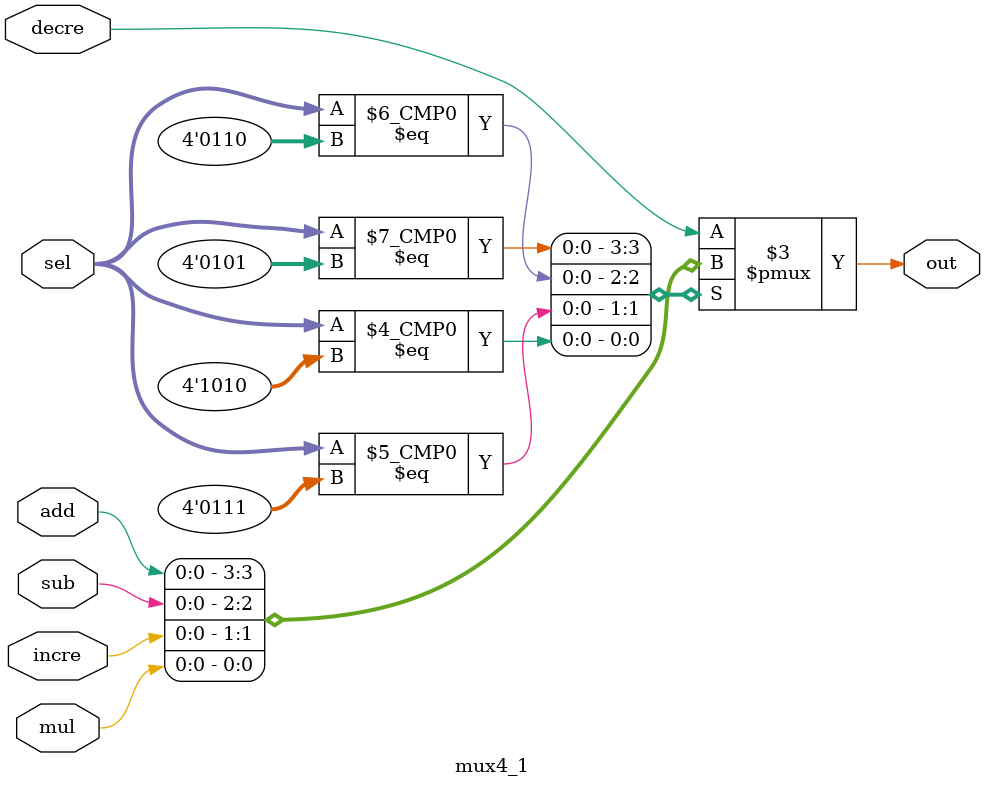
<source format=v>
module mux4_1(add,sub,incre,decre,sel,out,mul);
	input add;
	input sub;
	input incre;
	input decre;
	input mul;
	input [3:0] sel;
	output reg out;
	
	always@(*) begin
		case (sel) 
			4'b0100: out = decre;
			4'b0101: out = add;
			4'b0110: out = sub;
			4'b0111: out = incre;
			4'b1010: out = mul;
			default: out = decre;
		endcase
	end
endmodule

</source>
